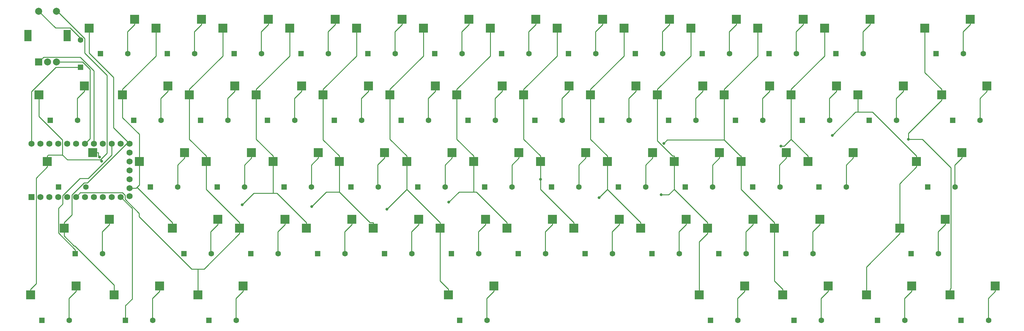
<source format=gbr>
%TF.GenerationSoftware,KiCad,Pcbnew,(5.1.9)-1*%
%TF.CreationDate,2021-02-15T19:25:36-05:00*%
%TF.ProjectId,60percent,36307065-7263-4656-9e74-2e6b69636164,rev?*%
%TF.SameCoordinates,Original*%
%TF.FileFunction,Copper,L2,Bot*%
%TF.FilePolarity,Positive*%
%FSLAX46Y46*%
G04 Gerber Fmt 4.6, Leading zero omitted, Abs format (unit mm)*
G04 Created by KiCad (PCBNEW (5.1.9)-1) date 2021-02-15 19:25:36*
%MOMM*%
%LPD*%
G01*
G04 APERTURE LIST*
%TA.AperFunction,ComponentPad*%
%ADD10R,1.600000X1.600000*%
%TD*%
%TA.AperFunction,ComponentPad*%
%ADD11C,1.600000*%
%TD*%
%TA.AperFunction,SMDPad,CuDef*%
%ADD12R,2.550000X2.500000*%
%TD*%
%TA.AperFunction,ComponentPad*%
%ADD13C,2.000000*%
%TD*%
%TA.AperFunction,ComponentPad*%
%ADD14R,2.000000X3.200000*%
%TD*%
%TA.AperFunction,ComponentPad*%
%ADD15R,2.000000X2.000000*%
%TD*%
%TA.AperFunction,ComponentPad*%
%ADD16R,1.752600X1.752600*%
%TD*%
%TA.AperFunction,ComponentPad*%
%ADD17C,1.752600*%
%TD*%
%TA.AperFunction,ViaPad*%
%ADD18C,0.800000*%
%TD*%
%TA.AperFunction,Conductor*%
%ADD19C,0.250000*%
%TD*%
G04 APERTURE END LIST*
D10*
%TO.P,D1,1*%
%TO.N,/row0*%
X85725000Y-82480750D03*
D11*
%TO.P,D1,2*%
%TO.N,Net-(D1-Pad2)*%
X85725000Y-74680750D03*
%TD*%
D10*
%TO.P,D2,1*%
%TO.N,/row0*%
X91350000Y-78580750D03*
D11*
%TO.P,D2,2*%
%TO.N,Net-(D2-Pad2)*%
X99150000Y-78580750D03*
%TD*%
D10*
%TO.P,D3,1*%
%TO.N,/row0*%
X110400000Y-78580750D03*
D11*
%TO.P,D3,2*%
%TO.N,Net-(D3-Pad2)*%
X118200000Y-78580750D03*
%TD*%
%TO.P,D4,2*%
%TO.N,Net-(D4-Pad2)*%
X137250000Y-78580750D03*
D10*
%TO.P,D4,1*%
%TO.N,/row0*%
X129450000Y-78580750D03*
%TD*%
%TO.P,D5,1*%
%TO.N,/row0*%
X148499500Y-78580750D03*
D11*
%TO.P,D5,2*%
%TO.N,Net-(D5-Pad2)*%
X156299500Y-78580750D03*
%TD*%
D10*
%TO.P,D6,1*%
%TO.N,/row0*%
X167549500Y-78580750D03*
D11*
%TO.P,D6,2*%
%TO.N,Net-(D6-Pad2)*%
X175349500Y-78580750D03*
%TD*%
%TO.P,D7,2*%
%TO.N,Net-(D7-Pad2)*%
X194399500Y-78580750D03*
D10*
%TO.P,D7,1*%
%TO.N,/row0*%
X186599500Y-78580750D03*
%TD*%
%TO.P,D8,1*%
%TO.N,/row0*%
X205649500Y-78580750D03*
D11*
%TO.P,D8,2*%
%TO.N,Net-(D8-Pad2)*%
X213449500Y-78580750D03*
%TD*%
D10*
%TO.P,D9,1*%
%TO.N,/row0*%
X224699500Y-78580750D03*
D11*
%TO.P,D9,2*%
%TO.N,Net-(D9-Pad2)*%
X232499500Y-78580750D03*
%TD*%
%TO.P,D10,2*%
%TO.N,Net-(D10-Pad2)*%
X251549500Y-78580750D03*
D10*
%TO.P,D10,1*%
%TO.N,/row0*%
X243749500Y-78580750D03*
%TD*%
D11*
%TO.P,D11,2*%
%TO.N,Net-(D11-Pad2)*%
X270599500Y-78580750D03*
D10*
%TO.P,D11,1*%
%TO.N,/row0*%
X262799500Y-78580750D03*
%TD*%
%TO.P,D12,1*%
%TO.N,/row0*%
X281849500Y-78580750D03*
D11*
%TO.P,D12,2*%
%TO.N,Net-(D12-Pad2)*%
X289649500Y-78580750D03*
%TD*%
%TO.P,D13,2*%
%TO.N,Net-(D13-Pad2)*%
X308699500Y-78580750D03*
D10*
%TO.P,D13,1*%
%TO.N,/row0*%
X300899500Y-78580750D03*
%TD*%
D11*
%TO.P,D14,2*%
%TO.N,Net-(D14-Pad2)*%
X337275500Y-78580750D03*
D10*
%TO.P,D14,1*%
%TO.N,/row0*%
X329475500Y-78580750D03*
%TD*%
D11*
%TO.P,D15,2*%
%TO.N,Net-(D15-Pad2)*%
X84862500Y-97630750D03*
D10*
%TO.P,D15,1*%
%TO.N,/row1*%
X77062500Y-97630750D03*
%TD*%
D11*
%TO.P,D16,2*%
%TO.N,Net-(D16-Pad2)*%
X108675000Y-97630750D03*
D10*
%TO.P,D16,1*%
%TO.N,/row1*%
X100875000Y-97630750D03*
%TD*%
%TO.P,D17,1*%
%TO.N,/row1*%
X119925000Y-97630750D03*
D11*
%TO.P,D17,2*%
%TO.N,Net-(D17-Pad2)*%
X127725000Y-97630750D03*
%TD*%
%TO.P,D18,2*%
%TO.N,Net-(D18-Pad2)*%
X146775000Y-97630750D03*
D10*
%TO.P,D18,1*%
%TO.N,/row1*%
X138975000Y-97630750D03*
%TD*%
D11*
%TO.P,D19,2*%
%TO.N,Net-(D19-Pad2)*%
X165825500Y-97630750D03*
D10*
%TO.P,D19,1*%
%TO.N,/row1*%
X158025500Y-97630750D03*
%TD*%
%TO.P,D20,1*%
%TO.N,/row1*%
X177075500Y-97630750D03*
D11*
%TO.P,D20,2*%
%TO.N,Net-(D20-Pad2)*%
X184875500Y-97630750D03*
%TD*%
D10*
%TO.P,D21,1*%
%TO.N,/row1*%
X196125500Y-97630750D03*
D11*
%TO.P,D21,2*%
%TO.N,Net-(D21-Pad2)*%
X203925500Y-97630750D03*
%TD*%
D10*
%TO.P,D22,1*%
%TO.N,/row1*%
X215175500Y-97630750D03*
D11*
%TO.P,D22,2*%
%TO.N,Net-(D22-Pad2)*%
X222975500Y-97630750D03*
%TD*%
%TO.P,D23,2*%
%TO.N,Net-(D23-Pad2)*%
X242025500Y-97630750D03*
D10*
%TO.P,D23,1*%
%TO.N,/row1*%
X234225500Y-97630750D03*
%TD*%
%TO.P,D24,1*%
%TO.N,/row1*%
X253275500Y-97630750D03*
D11*
%TO.P,D24,2*%
%TO.N,Net-(D24-Pad2)*%
X261075500Y-97630750D03*
%TD*%
%TO.P,D25,2*%
%TO.N,Net-(D25-Pad2)*%
X280125500Y-97630750D03*
D10*
%TO.P,D25,1*%
%TO.N,/row1*%
X272325500Y-97630750D03*
%TD*%
%TO.P,D26,1*%
%TO.N,/row1*%
X291375500Y-97630750D03*
D11*
%TO.P,D26,2*%
%TO.N,Net-(D26-Pad2)*%
X299175500Y-97630750D03*
%TD*%
%TO.P,D27,2*%
%TO.N,Net-(D27-Pad2)*%
X318225500Y-97630750D03*
D10*
%TO.P,D27,1*%
%TO.N,/row1*%
X310425500Y-97630750D03*
%TD*%
%TO.P,D28,1*%
%TO.N,/row1*%
X334237500Y-97630750D03*
D11*
%TO.P,D28,2*%
%TO.N,Net-(D28-Pad2)*%
X342037500Y-97630750D03*
%TD*%
D10*
%TO.P,D29,1*%
%TO.N,/row2*%
X79443700Y-116680750D03*
D11*
%TO.P,D29,2*%
%TO.N,Net-(D29-Pad2)*%
X87243700Y-116680750D03*
%TD*%
D10*
%TO.P,D30,1*%
%TO.N,/row2*%
X105637500Y-116680750D03*
D11*
%TO.P,D30,2*%
%TO.N,Net-(D30-Pad2)*%
X113437500Y-116680750D03*
%TD*%
D10*
%TO.P,D31,1*%
%TO.N,/row2*%
X124687500Y-116680750D03*
D11*
%TO.P,D31,2*%
%TO.N,Net-(D31-Pad2)*%
X132487500Y-116680750D03*
%TD*%
%TO.P,D32,2*%
%TO.N,Net-(D32-Pad2)*%
X151537500Y-116680750D03*
D10*
%TO.P,D32,1*%
%TO.N,/row2*%
X143737500Y-116680750D03*
%TD*%
%TO.P,D33,1*%
%TO.N,/row2*%
X162787500Y-116680750D03*
D11*
%TO.P,D33,2*%
%TO.N,Net-(D33-Pad2)*%
X170587500Y-116680750D03*
%TD*%
%TO.P,D34,2*%
%TO.N,Net-(D34-Pad2)*%
X189637500Y-116680750D03*
D10*
%TO.P,D34,1*%
%TO.N,/row2*%
X181837500Y-116680750D03*
%TD*%
%TO.P,D35,1*%
%TO.N,/row2*%
X200887500Y-116680750D03*
D11*
%TO.P,D35,2*%
%TO.N,Net-(D35-Pad2)*%
X208687500Y-116680750D03*
%TD*%
%TO.P,D36,2*%
%TO.N,Net-(D36-Pad2)*%
X227737500Y-116680750D03*
D10*
%TO.P,D36,1*%
%TO.N,/row2*%
X219937500Y-116680750D03*
%TD*%
%TO.P,D37,1*%
%TO.N,/row2*%
X238987500Y-116680750D03*
D11*
%TO.P,D37,2*%
%TO.N,Net-(D37-Pad2)*%
X246787500Y-116680750D03*
%TD*%
%TO.P,D38,2*%
%TO.N,Net-(D38-Pad2)*%
X265837500Y-116680750D03*
D10*
%TO.P,D38,1*%
%TO.N,/row2*%
X258037500Y-116680750D03*
%TD*%
%TO.P,D39,1*%
%TO.N,/row2*%
X277203500Y-116680750D03*
D11*
%TO.P,D39,2*%
%TO.N,Net-(D39-Pad2)*%
X285003500Y-116680750D03*
%TD*%
%TO.P,D40,2*%
%TO.N,Net-(D40-Pad2)*%
X303937500Y-116680750D03*
D10*
%TO.P,D40,1*%
%TO.N,/row2*%
X296137500Y-116680750D03*
%TD*%
D11*
%TO.P,D41,2*%
%TO.N,Net-(D41-Pad2)*%
X334893500Y-116680750D03*
D10*
%TO.P,D41,1*%
%TO.N,/row2*%
X327093500Y-116680750D03*
%TD*%
D11*
%TO.P,D42,2*%
%TO.N,Net-(D42-Pad2)*%
X92006300Y-135730750D03*
D10*
%TO.P,D42,1*%
%TO.N,/row3*%
X84206300Y-135730750D03*
%TD*%
%TO.P,D43,1*%
%TO.N,/row3*%
X115162500Y-135730750D03*
D11*
%TO.P,D43,2*%
%TO.N,Net-(D43-Pad2)*%
X122962500Y-135730750D03*
%TD*%
%TO.P,D44,2*%
%TO.N,Net-(D44-Pad2)*%
X142012500Y-135730750D03*
D10*
%TO.P,D44,1*%
%TO.N,/row3*%
X134212500Y-135730750D03*
%TD*%
%TO.P,D45,1*%
%TO.N,/row3*%
X153262500Y-135730750D03*
D11*
%TO.P,D45,2*%
%TO.N,Net-(D45-Pad2)*%
X161062500Y-135730750D03*
%TD*%
%TO.P,D46,2*%
%TO.N,Net-(D46-Pad2)*%
X180112500Y-135730750D03*
D10*
%TO.P,D46,1*%
%TO.N,/row3*%
X172312500Y-135730750D03*
%TD*%
%TO.P,D47,1*%
%TO.N,/row3*%
X191362500Y-135730750D03*
D11*
%TO.P,D47,2*%
%TO.N,Net-(D47-Pad2)*%
X199162500Y-135730750D03*
%TD*%
%TO.P,D48,2*%
%TO.N,Net-(D48-Pad2)*%
X218212500Y-135730750D03*
D10*
%TO.P,D48,1*%
%TO.N,/row3*%
X210412500Y-135730750D03*
%TD*%
%TO.P,D49,1*%
%TO.N,/row3*%
X229462500Y-135730750D03*
D11*
%TO.P,D49,2*%
%TO.N,Net-(D49-Pad2)*%
X237262500Y-135730750D03*
%TD*%
%TO.P,D50,2*%
%TO.N,Net-(D50-Pad2)*%
X256312500Y-135730750D03*
D10*
%TO.P,D50,1*%
%TO.N,/row3*%
X248512500Y-135730750D03*
%TD*%
D11*
%TO.P,D51,2*%
%TO.N,Net-(D51-Pad2)*%
X275362500Y-135730750D03*
D10*
%TO.P,D51,1*%
%TO.N,/row3*%
X267562500Y-135730750D03*
%TD*%
D11*
%TO.P,D52,2*%
%TO.N,Net-(D52-Pad2)*%
X294412500Y-135730750D03*
D10*
%TO.P,D52,1*%
%TO.N,/row3*%
X286612500Y-135730750D03*
%TD*%
%TO.P,D53,1*%
%TO.N,/row3*%
X322331500Y-135730750D03*
D11*
%TO.P,D53,2*%
%TO.N,Net-(D53-Pad2)*%
X330131500Y-135730750D03*
%TD*%
%TO.P,D54,2*%
%TO.N,Net-(D54-Pad2)*%
X82481300Y-154780750D03*
D10*
%TO.P,D54,1*%
%TO.N,/row4*%
X74681300Y-154780750D03*
%TD*%
%TO.P,D55,1*%
%TO.N,/row4*%
X98493700Y-154780750D03*
D11*
%TO.P,D55,2*%
%TO.N,Net-(D55-Pad2)*%
X106293700Y-154780750D03*
%TD*%
%TO.P,D56,2*%
%TO.N,Net-(D56-Pad2)*%
X130106300Y-154780750D03*
D10*
%TO.P,D56,1*%
%TO.N,/row4*%
X122306300Y-154780750D03*
%TD*%
%TO.P,D57,1*%
%TO.N,/row4*%
X193743500Y-154780750D03*
D11*
%TO.P,D57,2*%
%TO.N,Net-(D57-Pad2)*%
X201543500Y-154780750D03*
%TD*%
%TO.P,D58,2*%
%TO.N,Net-(D58-Pad2)*%
X272981500Y-154780750D03*
D10*
%TO.P,D58,1*%
%TO.N,/row4*%
X265181500Y-154780750D03*
%TD*%
%TO.P,D59,1*%
%TO.N,/row4*%
X288993500Y-154780750D03*
D11*
%TO.P,D59,2*%
%TO.N,Net-(D59-Pad2)*%
X296793500Y-154780750D03*
%TD*%
%TO.P,D60,2*%
%TO.N,Net-(D60-Pad2)*%
X320606500Y-154780750D03*
D10*
%TO.P,D60,1*%
%TO.N,/row4*%
X312806500Y-154780750D03*
%TD*%
%TO.P,D61,1*%
%TO.N,/row4*%
X336618500Y-154780750D03*
D11*
%TO.P,D61,2*%
%TO.N,Net-(D61-Pad2)*%
X344418500Y-154780750D03*
%TD*%
D12*
%TO.P,K1,2*%
%TO.N,Net-(D2-Pad2)*%
X101092000Y-68738750D03*
%TO.P,K1,1*%
%TO.N,/col1*%
X88165000Y-71278750D03*
%TD*%
%TO.P,K2,1*%
%TO.N,/col2*%
X107215000Y-71278750D03*
%TO.P,K2,2*%
%TO.N,Net-(D3-Pad2)*%
X120142000Y-68738750D03*
%TD*%
%TO.P,K3,1*%
%TO.N,/col3*%
X126265000Y-71278750D03*
%TO.P,K3,2*%
%TO.N,Net-(D4-Pad2)*%
X139192000Y-68738750D03*
%TD*%
%TO.P,K4,2*%
%TO.N,Net-(D5-Pad2)*%
X158241500Y-68738750D03*
%TO.P,K4,1*%
%TO.N,/col4*%
X145314500Y-71278750D03*
%TD*%
%TO.P,K5,1*%
%TO.N,/col5*%
X164364500Y-71278750D03*
%TO.P,K5,2*%
%TO.N,Net-(D6-Pad2)*%
X177291500Y-68738750D03*
%TD*%
%TO.P,K6,2*%
%TO.N,Net-(D7-Pad2)*%
X196341500Y-68738750D03*
%TO.P,K6,1*%
%TO.N,/col6*%
X183414500Y-71278750D03*
%TD*%
%TO.P,K7,2*%
%TO.N,Net-(D8-Pad2)*%
X215391500Y-68738750D03*
%TO.P,K7,1*%
%TO.N,/col7*%
X202464500Y-71278750D03*
%TD*%
%TO.P,K8,2*%
%TO.N,Net-(D9-Pad2)*%
X234441500Y-68738750D03*
%TO.P,K8,1*%
%TO.N,/col8*%
X221514500Y-71278750D03*
%TD*%
%TO.P,K9,1*%
%TO.N,/col9*%
X240564500Y-71278750D03*
%TO.P,K9,2*%
%TO.N,Net-(D10-Pad2)*%
X253491500Y-68738750D03*
%TD*%
%TO.P,K10,1*%
%TO.N,/col10*%
X259614500Y-71278750D03*
%TO.P,K10,2*%
%TO.N,Net-(D11-Pad2)*%
X272541500Y-68738750D03*
%TD*%
%TO.P,K11,2*%
%TO.N,Net-(D12-Pad2)*%
X291591500Y-68738750D03*
%TO.P,K11,1*%
%TO.N,/col11*%
X278664500Y-71278750D03*
%TD*%
%TO.P,K12,2*%
%TO.N,Net-(D13-Pad2)*%
X310641500Y-68738750D03*
%TO.P,K12,1*%
%TO.N,/col12*%
X297714500Y-71278750D03*
%TD*%
%TO.P,K13,1*%
%TO.N,/col14*%
X326290500Y-71278750D03*
%TO.P,K13,2*%
%TO.N,Net-(D14-Pad2)*%
X339217500Y-68738750D03*
%TD*%
%TO.P,K14,1*%
%TO.N,/col0*%
X73877500Y-90328750D03*
%TO.P,K14,2*%
%TO.N,Net-(D15-Pad2)*%
X86804500Y-87788750D03*
%TD*%
%TO.P,K27,2*%
%TO.N,Net-(D28-Pad2)*%
X343979500Y-87788750D03*
%TO.P,K27,1*%
%TO.N,/col14*%
X331052500Y-90328750D03*
%TD*%
%TO.P,K28,1*%
%TO.N,/col0*%
X76258700Y-109378750D03*
%TO.P,K28,2*%
%TO.N,Net-(D29-Pad2)*%
X89185700Y-106838750D03*
%TD*%
%TO.P,K29,1*%
%TO.N,/col2*%
X102452500Y-109378750D03*
%TO.P,K29,2*%
%TO.N,Net-(D30-Pad2)*%
X115379500Y-106838750D03*
%TD*%
%TO.P,K30,2*%
%TO.N,Net-(D31-Pad2)*%
X134429500Y-106838750D03*
%TO.P,K30,1*%
%TO.N,/col3*%
X121502500Y-109378750D03*
%TD*%
%TO.P,K31,2*%
%TO.N,Net-(D32-Pad2)*%
X153479500Y-106838750D03*
%TO.P,K31,1*%
%TO.N,/col4*%
X140552500Y-109378750D03*
%TD*%
%TO.P,K32,2*%
%TO.N,Net-(D33-Pad2)*%
X172370500Y-106838750D03*
%TO.P,K32,1*%
%TO.N,/col5*%
X159443500Y-109378750D03*
%TD*%
%TO.P,K33,1*%
%TO.N,/col6*%
X178652500Y-109378750D03*
%TO.P,K33,2*%
%TO.N,Net-(D34-Pad2)*%
X191579500Y-106838750D03*
%TD*%
%TO.P,K34,2*%
%TO.N,Net-(D35-Pad2)*%
X210629500Y-106838750D03*
%TO.P,K34,1*%
%TO.N,/col7*%
X197702500Y-109378750D03*
%TD*%
%TO.P,K35,2*%
%TO.N,Net-(D36-Pad2)*%
X229679500Y-106838750D03*
%TO.P,K35,1*%
%TO.N,/col8*%
X216752500Y-109378750D03*
%TD*%
%TO.P,K36,1*%
%TO.N,/col9*%
X235802500Y-109378750D03*
%TO.P,K36,2*%
%TO.N,Net-(D37-Pad2)*%
X248729500Y-106838750D03*
%TD*%
%TO.P,K37,1*%
%TO.N,/col10*%
X254852500Y-109378750D03*
%TO.P,K37,2*%
%TO.N,Net-(D38-Pad2)*%
X267779500Y-106838750D03*
%TD*%
%TO.P,K38,1*%
%TO.N,/col11*%
X273902500Y-109378750D03*
%TO.P,K38,2*%
%TO.N,Net-(D39-Pad2)*%
X286829500Y-106838750D03*
%TD*%
%TO.P,K39,1*%
%TO.N,/col12*%
X292952500Y-109378750D03*
%TO.P,K39,2*%
%TO.N,Net-(D40-Pad2)*%
X305879500Y-106838750D03*
%TD*%
%TO.P,K40,1*%
%TO.N,/col13*%
X323908500Y-109378750D03*
%TO.P,K40,2*%
%TO.N,Net-(D41-Pad2)*%
X336835500Y-106838750D03*
%TD*%
%TO.P,K41,2*%
%TO.N,Net-(D42-Pad2)*%
X93948300Y-125888750D03*
%TO.P,K41,1*%
%TO.N,/col1*%
X81021300Y-128428750D03*
%TD*%
%TO.P,K42,1*%
%TO.N,/col2*%
X111918700Y-128428750D03*
%TO.P,K42,2*%
%TO.N,Net-(D43-Pad2)*%
X124845700Y-125888750D03*
%TD*%
%TO.P,K43,1*%
%TO.N,/col3*%
X131027500Y-128428750D03*
%TO.P,K43,2*%
%TO.N,Net-(D44-Pad2)*%
X143954500Y-125888750D03*
%TD*%
%TO.P,K44,1*%
%TO.N,/col4*%
X150077500Y-128428750D03*
%TO.P,K44,2*%
%TO.N,Net-(D45-Pad2)*%
X163004500Y-125888750D03*
%TD*%
%TO.P,K45,2*%
%TO.N,Net-(D46-Pad2)*%
X182054500Y-125888750D03*
%TO.P,K45,1*%
%TO.N,/col5*%
X169127500Y-128428750D03*
%TD*%
%TO.P,K46,2*%
%TO.N,Net-(D47-Pad2)*%
X201104500Y-125888750D03*
%TO.P,K46,1*%
%TO.N,/col6*%
X188177500Y-128428750D03*
%TD*%
%TO.P,K47,2*%
%TO.N,Net-(D48-Pad2)*%
X220154500Y-125888750D03*
%TO.P,K47,1*%
%TO.N,/col7*%
X207227500Y-128428750D03*
%TD*%
%TO.P,K48,2*%
%TO.N,Net-(D49-Pad2)*%
X239204500Y-125888750D03*
%TO.P,K48,1*%
%TO.N,/col8*%
X226277500Y-128428750D03*
%TD*%
%TO.P,K49,1*%
%TO.N,/col9*%
X245327500Y-128428750D03*
%TO.P,K49,2*%
%TO.N,Net-(D50-Pad2)*%
X258254500Y-125888750D03*
%TD*%
%TO.P,K50,1*%
%TO.N,/col10*%
X264377500Y-128428750D03*
%TO.P,K50,2*%
%TO.N,Net-(D51-Pad2)*%
X277304500Y-125888750D03*
%TD*%
%TO.P,K51,1*%
%TO.N,/col11*%
X283427500Y-128428750D03*
%TO.P,K51,2*%
%TO.N,Net-(D52-Pad2)*%
X296354500Y-125888750D03*
%TD*%
%TO.P,K52,1*%
%TO.N,/col13*%
X319146500Y-128428750D03*
%TO.P,K52,2*%
%TO.N,Net-(D53-Pad2)*%
X332073500Y-125888750D03*
%TD*%
%TO.P,K53,2*%
%TO.N,Net-(D54-Pad2)*%
X84423300Y-144938750D03*
%TO.P,K53,1*%
%TO.N,/col0*%
X71496300Y-147478750D03*
%TD*%
%TO.P,K54,1*%
%TO.N,/col1*%
X95308700Y-147478750D03*
%TO.P,K54,2*%
%TO.N,Net-(D55-Pad2)*%
X108235700Y-144938750D03*
%TD*%
%TO.P,K55,1*%
%TO.N,/col3*%
X119121300Y-147478750D03*
%TO.P,K55,2*%
%TO.N,Net-(D56-Pad2)*%
X132048300Y-144938750D03*
%TD*%
%TO.P,K56,1*%
%TO.N,/col6*%
X190558500Y-147478750D03*
%TO.P,K56,2*%
%TO.N,Net-(D57-Pad2)*%
X203485500Y-144938750D03*
%TD*%
%TO.P,K57,1*%
%TO.N,/col10*%
X261996500Y-147478750D03*
%TO.P,K57,2*%
%TO.N,Net-(D58-Pad2)*%
X274923500Y-144938750D03*
%TD*%
%TO.P,K58,2*%
%TO.N,Net-(D59-Pad2)*%
X298735500Y-144938750D03*
%TO.P,K58,1*%
%TO.N,/col11*%
X285808500Y-147478750D03*
%TD*%
%TO.P,K59,1*%
%TO.N,/col13*%
X309621500Y-147478750D03*
%TO.P,K59,2*%
%TO.N,Net-(D60-Pad2)*%
X322548500Y-144938750D03*
%TD*%
%TO.P,K60,2*%
%TO.N,Net-(D61-Pad2)*%
X346360500Y-144938750D03*
%TO.P,K60,1*%
%TO.N,/col14*%
X333433500Y-147478750D03*
%TD*%
D13*
%TO.P,SW1,S1*%
%TO.N,/col0*%
X78818700Y-66462750D03*
%TO.P,SW1,S2*%
%TO.N,Net-(D1-Pad2)*%
X73818700Y-66462750D03*
D14*
%TO.P,SW1,MP*%
%TO.N,N/C*%
X81918700Y-73462750D03*
X70718700Y-73462750D03*
D13*
%TO.P,SW1,B*%
%TO.N,/rotA*%
X78818700Y-80962750D03*
%TO.P,SW1,C*%
%TO.N,/vcc*%
X76318700Y-80962750D03*
D15*
%TO.P,SW1,A*%
%TO.N,/rotB*%
X73818700Y-80962750D03*
%TD*%
D16*
%TO.P,U1,1*%
%TO.N,/col6*%
X71755000Y-119538750D03*
D17*
%TO.P,U1,2*%
%TO.N,/col5*%
X74295000Y-119538750D03*
%TO.P,U1,3*%
%TO.N,+5V*%
X76835000Y-119538750D03*
%TO.P,U1,4*%
%TO.N,Net-(U1-Pad4)*%
X79375000Y-119538750D03*
%TO.P,U1,5*%
%TO.N,/col4*%
X81915000Y-119538750D03*
%TO.P,U1,6*%
%TO.N,/col3*%
X84455000Y-119538750D03*
%TO.P,U1,7*%
%TO.N,/col7*%
X86995000Y-119538750D03*
%TO.P,U1,8*%
%TO.N,/col9*%
X89535000Y-119538750D03*
%TO.P,U1,9*%
%TO.N,/col10*%
X92075000Y-119538750D03*
%TO.P,U1,10*%
%TO.N,Net-(U1-Pad10)*%
X94615000Y-119538750D03*
%TO.P,U1,11*%
%TO.N,/row4*%
X97155000Y-119538750D03*
%TO.P,U1,13*%
%TO.N,/col1*%
X99695000Y-104298750D03*
%TO.P,U1,14*%
%TO.N,/row2*%
X97155000Y-104298750D03*
%TO.P,U1,15*%
%TO.N,/row3*%
X94615000Y-104298750D03*
%TO.P,U1,16*%
%TO.N,/row1*%
X92075000Y-104298750D03*
%TO.P,U1,17*%
%TO.N,/rotB*%
X89535000Y-104298750D03*
%TO.P,U1,18*%
%TO.N,/rotA*%
X86995000Y-104298750D03*
%TO.P,U1,19*%
%TO.N,/col14*%
X84455000Y-104298750D03*
%TO.P,U1,20*%
%TO.N,/col13*%
X81915000Y-104298750D03*
%TO.P,U1,21*%
%TO.N,/vcc*%
X79375000Y-104298750D03*
%TO.P,U1,22*%
%TO.N,Net-(U1-Pad22)*%
X76835000Y-104298750D03*
%TO.P,U1,23*%
%TO.N,Net-(U1-Pad23)*%
X74295000Y-104298750D03*
%TO.P,U1,12*%
%TO.N,/col0*%
X99695000Y-119310150D03*
%TO.P,U1,24*%
%TO.N,/row0*%
X71755000Y-104298750D03*
%TO.P,U1,29*%
%TO.N,/col11*%
X99695000Y-106838750D03*
%TO.P,U1,28*%
%TO.N,/col12*%
X99695000Y-109378750D03*
%TO.P,U1,27*%
%TO.N,Net-(U1-Pad27)*%
X99695000Y-111918750D03*
%TO.P,U1,26*%
%TO.N,/col8*%
X99695000Y-114458750D03*
%TO.P,U1,25*%
%TO.N,/col2*%
X99695000Y-116998750D03*
%TD*%
D12*
%TO.P,K15,2*%
%TO.N,Net-(D16-Pad2)*%
X110617000Y-87788750D03*
%TO.P,K15,1*%
%TO.N,/col2*%
X97690000Y-90328750D03*
%TD*%
%TO.P,K16,1*%
%TO.N,/col3*%
X116740000Y-90328750D03*
%TO.P,K16,2*%
%TO.N,Net-(D17-Pad2)*%
X129667000Y-87788750D03*
%TD*%
%TO.P,K17,2*%
%TO.N,Net-(D18-Pad2)*%
X148717000Y-87788750D03*
%TO.P,K17,1*%
%TO.N,/col4*%
X135790000Y-90328750D03*
%TD*%
%TO.P,K18,1*%
%TO.N,/col5*%
X154840500Y-90328750D03*
%TO.P,K18,2*%
%TO.N,Net-(D19-Pad2)*%
X167767500Y-87788750D03*
%TD*%
%TO.P,K19,1*%
%TO.N,/col6*%
X173890500Y-90328750D03*
%TO.P,K19,2*%
%TO.N,Net-(D20-Pad2)*%
X186817500Y-87788750D03*
%TD*%
%TO.P,K20,2*%
%TO.N,Net-(D21-Pad2)*%
X205867500Y-87788750D03*
%TO.P,K20,1*%
%TO.N,/col7*%
X192940500Y-90328750D03*
%TD*%
%TO.P,K21,2*%
%TO.N,Net-(D22-Pad2)*%
X224917500Y-87788750D03*
%TO.P,K21,1*%
%TO.N,/col8*%
X211990500Y-90328750D03*
%TD*%
%TO.P,K22,1*%
%TO.N,/col9*%
X231040500Y-90328750D03*
%TO.P,K22,2*%
%TO.N,Net-(D23-Pad2)*%
X243967500Y-87788750D03*
%TD*%
%TO.P,K23,1*%
%TO.N,/col10*%
X250090500Y-90328750D03*
%TO.P,K23,2*%
%TO.N,Net-(D24-Pad2)*%
X263017500Y-87788750D03*
%TD*%
%TO.P,K24,1*%
%TO.N,/col11*%
X269140500Y-90328750D03*
%TO.P,K24,2*%
%TO.N,Net-(D25-Pad2)*%
X282067500Y-87788750D03*
%TD*%
%TO.P,K25,2*%
%TO.N,Net-(D26-Pad2)*%
X301117500Y-87788750D03*
%TO.P,K25,1*%
%TO.N,/col12*%
X288190500Y-90328750D03*
%TD*%
%TO.P,K26,2*%
%TO.N,Net-(D27-Pad2)*%
X320167500Y-87788750D03*
%TO.P,K26,1*%
%TO.N,/col13*%
X307240500Y-90328750D03*
%TD*%
D18*
%TO.N,Net-(D29-Pad2)*%
X91095100Y-108174050D03*
%TO.N,/col4*%
X131743600Y-121803150D03*
%TO.N,/col5*%
X151561900Y-122275750D03*
%TO.N,/col6*%
X172973500Y-123007450D03*
%TO.N,/col7*%
X190656000Y-121024550D03*
%TO.N,/col8*%
X216752500Y-114458750D03*
%TO.N,/col9*%
X233454900Y-119730250D03*
%TO.N,/col10*%
X251160800Y-118905850D03*
%TO.N,/col11*%
X251884300Y-104240150D03*
%TO.N,/col12*%
X285268400Y-105010450D03*
%TO.N,/col14*%
X321634000Y-103081250D03*
%TO.N,/col0*%
X91739700Y-109342750D03*
%TO.N,/col13*%
X299883300Y-101922750D03*
%TD*%
D19*
%TO.N,Net-(D1-Pad2)*%
X73818700Y-66462750D02*
X78574000Y-71218050D01*
X78574000Y-71218050D02*
X82753200Y-71218050D01*
X82753200Y-71218050D02*
X85725000Y-74189850D01*
X85725000Y-74189850D02*
X85725000Y-74680750D01*
%TO.N,/row0*%
X71755000Y-104298750D02*
X71755000Y-89434050D01*
X71755000Y-89434050D02*
X78708300Y-82480750D01*
X78708300Y-82480750D02*
X85725000Y-82480750D01*
%TO.N,Net-(D2-Pad2)*%
X101092000Y-68738750D02*
X101092000Y-70314050D01*
X101092000Y-70314050D02*
X99079400Y-72326650D01*
X99079400Y-72326650D02*
X99079400Y-78510150D01*
X99079400Y-78510150D02*
X99150000Y-78580750D01*
%TO.N,Net-(D3-Pad2)*%
X120142000Y-68738750D02*
X120142000Y-70314050D01*
X120142000Y-70314050D02*
X118129400Y-72326650D01*
X118129400Y-72326650D02*
X118129400Y-78510150D01*
X118129400Y-78510150D02*
X118200000Y-78580750D01*
%TO.N,Net-(D4-Pad2)*%
X139192000Y-68738750D02*
X139192000Y-70314050D01*
X139192000Y-70314050D02*
X137179400Y-72326650D01*
X137179400Y-72326650D02*
X137179400Y-78510150D01*
X137179400Y-78510150D02*
X137250000Y-78580750D01*
%TO.N,Net-(D5-Pad2)*%
X158241500Y-68738750D02*
X158241500Y-70314050D01*
X158241500Y-70314050D02*
X156228900Y-72326650D01*
X156228900Y-72326650D02*
X156228900Y-78510150D01*
X156228900Y-78510150D02*
X156299500Y-78580750D01*
%TO.N,Net-(D6-Pad2)*%
X177291500Y-68738750D02*
X177291500Y-70314050D01*
X177291500Y-70314050D02*
X175278900Y-72326650D01*
X175278900Y-72326650D02*
X175278900Y-78510150D01*
X175278900Y-78510150D02*
X175349500Y-78580750D01*
%TO.N,Net-(D7-Pad2)*%
X196341500Y-68738750D02*
X196341500Y-70314050D01*
X196341500Y-70314050D02*
X194328900Y-72326650D01*
X194328900Y-72326650D02*
X194328900Y-78510150D01*
X194328900Y-78510150D02*
X194399500Y-78580750D01*
%TO.N,Net-(D8-Pad2)*%
X215391500Y-68738750D02*
X215391500Y-70314050D01*
X215391500Y-70314050D02*
X213378900Y-72326650D01*
X213378900Y-72326650D02*
X213378900Y-78510150D01*
X213378900Y-78510150D02*
X213449500Y-78580750D01*
%TO.N,Net-(D9-Pad2)*%
X234441500Y-68738750D02*
X234441500Y-70314050D01*
X234441500Y-70314050D02*
X232428900Y-72326650D01*
X232428900Y-72326650D02*
X232428900Y-78510150D01*
X232428900Y-78510150D02*
X232499500Y-78580750D01*
%TO.N,Net-(D10-Pad2)*%
X253491500Y-68738750D02*
X253491500Y-70314050D01*
X253491500Y-70314050D02*
X251478900Y-72326650D01*
X251478900Y-72326650D02*
X251478900Y-78510150D01*
X251478900Y-78510150D02*
X251549500Y-78580750D01*
%TO.N,Net-(D11-Pad2)*%
X272541500Y-68738750D02*
X272541500Y-70314050D01*
X272541500Y-70314050D02*
X270528900Y-72326650D01*
X270528900Y-72326650D02*
X270528900Y-78510150D01*
X270528900Y-78510150D02*
X270599500Y-78580750D01*
%TO.N,Net-(D12-Pad2)*%
X291591500Y-68738750D02*
X291591500Y-70314050D01*
X291591500Y-70314050D02*
X289578900Y-72326650D01*
X289578900Y-72326650D02*
X289578900Y-78510150D01*
X289578900Y-78510150D02*
X289649500Y-78580750D01*
%TO.N,Net-(D13-Pad2)*%
X310641500Y-68738750D02*
X310641500Y-70314050D01*
X310641500Y-70314050D02*
X308628900Y-72326650D01*
X308628900Y-72326650D02*
X308628900Y-78510150D01*
X308628900Y-78510150D02*
X308699500Y-78580750D01*
%TO.N,Net-(D14-Pad2)*%
X339217500Y-68738750D02*
X339217500Y-70314050D01*
X339217500Y-70314050D02*
X337204900Y-72326650D01*
X337204900Y-72326650D02*
X337204900Y-78510150D01*
X337204900Y-78510150D02*
X337275500Y-78580750D01*
%TO.N,Net-(D15-Pad2)*%
X86804500Y-87788750D02*
X86804500Y-89364050D01*
X86804500Y-89364050D02*
X84791900Y-91376650D01*
X84791900Y-91376650D02*
X84791900Y-97560150D01*
X84791900Y-97560150D02*
X84862500Y-97630750D01*
%TO.N,Net-(D16-Pad2)*%
X110617000Y-87788750D02*
X110617000Y-89364050D01*
X110617000Y-89364050D02*
X108604400Y-91376650D01*
X108604400Y-91376650D02*
X108604400Y-97560150D01*
X108604400Y-97560150D02*
X108675000Y-97630750D01*
%TO.N,Net-(D17-Pad2)*%
X129667000Y-87788750D02*
X129667000Y-89364050D01*
X129667000Y-89364050D02*
X127654400Y-91376650D01*
X127654400Y-91376650D02*
X127654400Y-97560150D01*
X127654400Y-97560150D02*
X127725000Y-97630750D01*
%TO.N,Net-(D18-Pad2)*%
X148717000Y-87788750D02*
X148717000Y-89364050D01*
X148717000Y-89364050D02*
X146704400Y-91376650D01*
X146704400Y-91376650D02*
X146704400Y-97560150D01*
X146704400Y-97560150D02*
X146775000Y-97630750D01*
%TO.N,Net-(D19-Pad2)*%
X167767500Y-87788750D02*
X167767500Y-89364050D01*
X167767500Y-89364050D02*
X165754900Y-91376650D01*
X165754900Y-91376650D02*
X165754900Y-97560150D01*
X165754900Y-97560150D02*
X165825500Y-97630750D01*
%TO.N,Net-(D20-Pad2)*%
X186817500Y-87788750D02*
X186817500Y-89364050D01*
X186817500Y-89364050D02*
X184804900Y-91376650D01*
X184804900Y-91376650D02*
X184804900Y-97560150D01*
X184804900Y-97560150D02*
X184875500Y-97630750D01*
%TO.N,Net-(D21-Pad2)*%
X205867500Y-87788750D02*
X205867500Y-89364050D01*
X205867500Y-89364050D02*
X203854900Y-91376650D01*
X203854900Y-91376650D02*
X203854900Y-97560150D01*
X203854900Y-97560150D02*
X203925500Y-97630750D01*
%TO.N,Net-(D22-Pad2)*%
X224917500Y-87788750D02*
X224917500Y-89364050D01*
X224917500Y-89364050D02*
X222904900Y-91376650D01*
X222904900Y-91376650D02*
X222904900Y-97560150D01*
X222904900Y-97560150D02*
X222975500Y-97630750D01*
%TO.N,Net-(D23-Pad2)*%
X243967500Y-87788750D02*
X243967500Y-89364050D01*
X243967500Y-89364050D02*
X241954900Y-91376650D01*
X241954900Y-91376650D02*
X241954900Y-97560150D01*
X241954900Y-97560150D02*
X242025500Y-97630750D01*
%TO.N,Net-(D24-Pad2)*%
X263017500Y-87788750D02*
X263017500Y-89364050D01*
X263017500Y-89364050D02*
X261004900Y-91376650D01*
X261004900Y-91376650D02*
X261004900Y-97560150D01*
X261004900Y-97560150D02*
X261075500Y-97630750D01*
%TO.N,Net-(D25-Pad2)*%
X282067500Y-87788750D02*
X282067500Y-89364050D01*
X282067500Y-89364050D02*
X280054900Y-91376650D01*
X280054900Y-91376650D02*
X280054900Y-97560150D01*
X280054900Y-97560150D02*
X280125500Y-97630750D01*
%TO.N,Net-(D26-Pad2)*%
X301117500Y-87788750D02*
X301117500Y-89364050D01*
X301117500Y-89364050D02*
X299104900Y-91376650D01*
X299104900Y-91376650D02*
X299104900Y-97560150D01*
X299104900Y-97560150D02*
X299175500Y-97630750D01*
%TO.N,Net-(D27-Pad2)*%
X320167500Y-87788750D02*
X320167500Y-89364050D01*
X320167500Y-89364050D02*
X318154900Y-91376650D01*
X318154900Y-91376650D02*
X318154900Y-97560150D01*
X318154900Y-97560150D02*
X318225500Y-97630750D01*
%TO.N,Net-(D28-Pad2)*%
X343979500Y-87788750D02*
X343979500Y-89364050D01*
X343979500Y-89364050D02*
X341966900Y-91376650D01*
X341966900Y-91376650D02*
X341966900Y-97560150D01*
X341966900Y-97560150D02*
X342037500Y-97630750D01*
%TO.N,Net-(D29-Pad2)*%
X89185700Y-106838750D02*
X90786000Y-106838750D01*
X90786000Y-106838750D02*
X90786000Y-107864950D01*
X90786000Y-107864950D02*
X91095100Y-108174050D01*
%TO.N,Net-(D30-Pad2)*%
X115379500Y-106838750D02*
X115379500Y-108414050D01*
X115379500Y-108414050D02*
X113366900Y-110426650D01*
X113366900Y-110426650D02*
X113366900Y-116610150D01*
X113366900Y-116610150D02*
X113437500Y-116680750D01*
%TO.N,Net-(D31-Pad2)*%
X134429500Y-106838750D02*
X134429500Y-108414050D01*
X134429500Y-108414050D02*
X132416900Y-110426650D01*
X132416900Y-110426650D02*
X132416900Y-116610150D01*
X132416900Y-116610150D02*
X132487500Y-116680750D01*
%TO.N,Net-(D32-Pad2)*%
X153479500Y-106838750D02*
X153479500Y-108414050D01*
X153479500Y-108414050D02*
X151466900Y-110426650D01*
X151466900Y-110426650D02*
X151466900Y-116610150D01*
X151466900Y-116610150D02*
X151537500Y-116680750D01*
%TO.N,Net-(D33-Pad2)*%
X172370500Y-106838750D02*
X172370500Y-108414050D01*
X172370500Y-108414050D02*
X170406600Y-110377950D01*
X170406600Y-110377950D02*
X170406600Y-116499850D01*
X170406600Y-116499850D02*
X170587500Y-116680750D01*
%TO.N,Net-(D34-Pad2)*%
X191579500Y-106838750D02*
X191579500Y-108414050D01*
X191579500Y-108414050D02*
X189566900Y-110426650D01*
X189566900Y-110426650D02*
X189566900Y-116610150D01*
X189566900Y-116610150D02*
X189637500Y-116680750D01*
%TO.N,Net-(D35-Pad2)*%
X210629500Y-106838750D02*
X210629500Y-108414050D01*
X210629500Y-108414050D02*
X208616900Y-110426650D01*
X208616900Y-110426650D02*
X208616900Y-116610150D01*
X208616900Y-116610150D02*
X208687500Y-116680750D01*
%TO.N,Net-(D36-Pad2)*%
X229679500Y-106838750D02*
X229679500Y-108414050D01*
X229679500Y-108414050D02*
X227666900Y-110426650D01*
X227666900Y-110426650D02*
X227666900Y-116610150D01*
X227666900Y-116610150D02*
X227737500Y-116680750D01*
%TO.N,Net-(D37-Pad2)*%
X248729500Y-106838750D02*
X248729500Y-108414050D01*
X248729500Y-108414050D02*
X246716900Y-110426650D01*
X246716900Y-110426650D02*
X246716900Y-116610150D01*
X246716900Y-116610150D02*
X246787500Y-116680750D01*
%TO.N,Net-(D38-Pad2)*%
X267779500Y-106838750D02*
X267779500Y-108414050D01*
X267779500Y-108414050D02*
X265766900Y-110426650D01*
X265766900Y-110426650D02*
X265766900Y-116610150D01*
X265766900Y-116610150D02*
X265837500Y-116680750D01*
%TO.N,Net-(D39-Pad2)*%
X286829500Y-106838750D02*
X286829500Y-108414050D01*
X286829500Y-108414050D02*
X284833400Y-110410150D01*
X284833400Y-110410150D02*
X284833400Y-116510650D01*
X284833400Y-116510650D02*
X285003500Y-116680750D01*
%TO.N,Net-(D40-Pad2)*%
X305879500Y-106838750D02*
X305879500Y-108414050D01*
X305879500Y-108414050D02*
X303866900Y-110426650D01*
X303866900Y-110426650D02*
X303866900Y-116610150D01*
X303866900Y-116610150D02*
X303937500Y-116680750D01*
%TO.N,Net-(D41-Pad2)*%
X336835500Y-106838750D02*
X336835500Y-108414050D01*
X336835500Y-108414050D02*
X334827400Y-110422150D01*
X334827400Y-110422150D02*
X334827400Y-116614650D01*
X334827400Y-116614650D02*
X334893500Y-116680750D01*
%TO.N,Net-(D42-Pad2)*%
X93948300Y-125888750D02*
X93948300Y-127464050D01*
X93948300Y-127464050D02*
X91935700Y-129476650D01*
X91935700Y-129476650D02*
X91935700Y-135660150D01*
X91935700Y-135660150D02*
X92006300Y-135730750D01*
%TO.N,/row3*%
X84206300Y-135730750D02*
X84206300Y-134605450D01*
X94615000Y-104298750D02*
X94615000Y-107552750D01*
X94615000Y-107552750D02*
X87923600Y-114244150D01*
X87923600Y-114244150D02*
X85503800Y-114244150D01*
X85503800Y-114244150D02*
X80645000Y-119102950D01*
X80645000Y-119102950D02*
X80645000Y-121553950D01*
X80645000Y-121553950D02*
X79420900Y-122778050D01*
X79420900Y-122778050D02*
X79420900Y-129820050D01*
X79420900Y-129820050D02*
X84206300Y-134605450D01*
%TO.N,Net-(D43-Pad2)*%
X124845700Y-125888750D02*
X124845700Y-127464050D01*
X124845700Y-127464050D02*
X122806700Y-129503050D01*
X122806700Y-129503050D02*
X122806700Y-135574950D01*
X122806700Y-135574950D02*
X122962500Y-135730750D01*
%TO.N,Net-(D44-Pad2)*%
X143954500Y-125888750D02*
X143954500Y-127464050D01*
X143954500Y-127464050D02*
X141941900Y-129476650D01*
X141941900Y-129476650D02*
X141941900Y-135660150D01*
X141941900Y-135660150D02*
X142012500Y-135730750D01*
%TO.N,Net-(D45-Pad2)*%
X163004500Y-125888750D02*
X163004500Y-127464050D01*
X163004500Y-127464050D02*
X160991900Y-129476650D01*
X160991900Y-129476650D02*
X160991900Y-135660150D01*
X160991900Y-135660150D02*
X161062500Y-135730750D01*
%TO.N,Net-(D46-Pad2)*%
X182054500Y-125888750D02*
X182054500Y-127464050D01*
X182054500Y-127464050D02*
X180041900Y-129476650D01*
X180041900Y-129476650D02*
X180041900Y-135660150D01*
X180041900Y-135660150D02*
X180112500Y-135730750D01*
%TO.N,Net-(D47-Pad2)*%
X201104500Y-125888750D02*
X201104500Y-127464050D01*
X201104500Y-127464050D02*
X199091900Y-129476650D01*
X199091900Y-129476650D02*
X199091900Y-135660150D01*
X199091900Y-135660150D02*
X199162500Y-135730750D01*
%TO.N,Net-(D48-Pad2)*%
X220154500Y-125888750D02*
X220154500Y-127464050D01*
X220154500Y-127464050D02*
X218141900Y-129476650D01*
X218141900Y-129476650D02*
X218141900Y-135660150D01*
X218141900Y-135660150D02*
X218212500Y-135730750D01*
%TO.N,Net-(D49-Pad2)*%
X239204500Y-125888750D02*
X239204500Y-127464050D01*
X239204500Y-127464050D02*
X237191900Y-129476650D01*
X237191900Y-129476650D02*
X237191900Y-135660150D01*
X237191900Y-135660150D02*
X237262500Y-135730750D01*
%TO.N,Net-(D50-Pad2)*%
X258254500Y-125888750D02*
X258254500Y-127464050D01*
X258254500Y-127464050D02*
X256241900Y-129476650D01*
X256241900Y-129476650D02*
X256241900Y-135660150D01*
X256241900Y-135660150D02*
X256312500Y-135730750D01*
%TO.N,Net-(D51-Pad2)*%
X277304500Y-125888750D02*
X277304500Y-127464050D01*
X277304500Y-127464050D02*
X275291900Y-129476650D01*
X275291900Y-129476650D02*
X275291900Y-135660150D01*
X275291900Y-135660150D02*
X275362500Y-135730750D01*
%TO.N,Net-(D52-Pad2)*%
X296354500Y-125888750D02*
X296354500Y-127464050D01*
X296354500Y-127464050D02*
X294341900Y-129476650D01*
X294341900Y-129476650D02*
X294341900Y-135660150D01*
X294341900Y-135660150D02*
X294412500Y-135730750D01*
%TO.N,Net-(D53-Pad2)*%
X332073500Y-125888750D02*
X332073500Y-127464050D01*
X332073500Y-127464050D02*
X330060900Y-129476650D01*
X330060900Y-129476650D02*
X330060900Y-135660150D01*
X330060900Y-135660150D02*
X330131500Y-135730750D01*
%TO.N,Net-(D54-Pad2)*%
X84423300Y-144938750D02*
X84423300Y-146514050D01*
X84423300Y-146514050D02*
X82410700Y-148526650D01*
X82410700Y-148526650D02*
X82410700Y-154710150D01*
X82410700Y-154710150D02*
X82481300Y-154780750D01*
%TO.N,/row4*%
X97155000Y-119538750D02*
X100411700Y-122795450D01*
X100411700Y-122795450D02*
X100411700Y-148671350D01*
X100411700Y-148671350D02*
X98493700Y-150589350D01*
X98493700Y-150589350D02*
X98493700Y-154780750D01*
%TO.N,Net-(D55-Pad2)*%
X108235700Y-144938750D02*
X108235700Y-146514050D01*
X108235700Y-146514050D02*
X106223100Y-148526650D01*
X106223100Y-148526650D02*
X106223100Y-154710150D01*
X106223100Y-154710150D02*
X106293700Y-154780750D01*
%TO.N,Net-(D56-Pad2)*%
X132048300Y-144938750D02*
X132048300Y-146514050D01*
X132048300Y-146514050D02*
X130035700Y-148526650D01*
X130035700Y-148526650D02*
X130035700Y-154710150D01*
X130035700Y-154710150D02*
X130106300Y-154780750D01*
%TO.N,Net-(D57-Pad2)*%
X203485500Y-144938750D02*
X203485500Y-146514050D01*
X203485500Y-146514050D02*
X201472900Y-148526650D01*
X201472900Y-148526650D02*
X201472900Y-154710150D01*
X201472900Y-154710150D02*
X201543500Y-154780750D01*
%TO.N,Net-(D58-Pad2)*%
X274923500Y-144938750D02*
X274923500Y-146514050D01*
X274923500Y-146514050D02*
X272910900Y-148526650D01*
X272910900Y-148526650D02*
X272910900Y-154710150D01*
X272910900Y-154710150D02*
X272981500Y-154780750D01*
%TO.N,Net-(D59-Pad2)*%
X298735500Y-144938750D02*
X298735500Y-146514050D01*
X298735500Y-146514050D02*
X296722900Y-148526650D01*
X296722900Y-148526650D02*
X296722900Y-154710150D01*
X296722900Y-154710150D02*
X296793500Y-154780750D01*
%TO.N,Net-(D60-Pad2)*%
X322548500Y-144938750D02*
X322548500Y-146514050D01*
X322548500Y-146514050D02*
X320535900Y-148526650D01*
X320535900Y-148526650D02*
X320535900Y-154710150D01*
X320535900Y-154710150D02*
X320606500Y-154780750D01*
%TO.N,Net-(D61-Pad2)*%
X346360500Y-144938750D02*
X346360500Y-146514050D01*
X346360500Y-146514050D02*
X344347900Y-148526650D01*
X344347900Y-148526650D02*
X344347900Y-154710150D01*
X344347900Y-154710150D02*
X344418500Y-154780750D01*
%TO.N,/col1*%
X99282700Y-103886350D02*
X95132800Y-99736550D01*
X95132800Y-99736550D02*
X95132800Y-85364950D01*
X95132800Y-85364950D02*
X88165000Y-78397150D01*
X88165000Y-78397150D02*
X88165000Y-71278750D01*
X99695000Y-104298750D02*
X99282700Y-103886350D01*
X81021300Y-126853450D02*
X83250900Y-124623850D01*
X83250900Y-124623850D02*
X83250900Y-118980850D01*
X83250900Y-118980850D02*
X86695500Y-115536250D01*
X86695500Y-115536250D02*
X87632800Y-115536250D01*
X87632800Y-115536250D02*
X99282700Y-103886350D01*
X81021300Y-128428750D02*
X81021300Y-126853450D01*
X95308700Y-147478750D02*
X95308700Y-144730850D01*
X95308700Y-144730850D02*
X84124400Y-133546550D01*
X84124400Y-133546550D02*
X83869300Y-133546550D01*
X83869300Y-133546550D02*
X81021300Y-130698550D01*
X81021300Y-130698550D02*
X81021300Y-128428750D01*
%TO.N,/col2*%
X101806400Y-116741050D02*
X101548700Y-116998750D01*
X101548700Y-116998750D02*
X99695000Y-116998750D01*
X102452500Y-109378750D02*
X102452500Y-116094950D01*
X102452500Y-116094950D02*
X101806400Y-116741050D01*
X97690000Y-90328750D02*
X97690000Y-96885550D01*
X97690000Y-96885550D02*
X102452500Y-101648050D01*
X102452500Y-101648050D02*
X102452500Y-109378750D01*
X97690000Y-90328750D02*
X97690000Y-88753450D01*
X97690000Y-88753450D02*
X107215000Y-79228450D01*
X107215000Y-79228450D02*
X107215000Y-71278750D01*
X111918700Y-126853450D02*
X101806400Y-116741050D01*
X111918700Y-128428750D02*
X111918700Y-126853450D01*
%TO.N,/col3*%
X131027500Y-128428750D02*
X131027500Y-130004050D01*
X119121300Y-140109750D02*
X117418200Y-140109750D01*
X117418200Y-140109750D02*
X102434000Y-125125550D01*
X102434000Y-125125550D02*
X102434000Y-124180850D01*
X102434000Y-124180850D02*
X98425000Y-120171850D01*
X98425000Y-120171850D02*
X98425000Y-119070750D01*
X98425000Y-119070750D02*
X97678500Y-118324250D01*
X97678500Y-118324250D02*
X85669500Y-118324250D01*
X85669500Y-118324250D02*
X84455000Y-119538750D01*
X131027500Y-130004050D02*
X120921800Y-140109750D01*
X120921800Y-140109750D02*
X119121300Y-140109750D01*
X119121300Y-140109750D02*
X119121300Y-145903450D01*
X116740000Y-90328750D02*
X116740000Y-103040950D01*
X116740000Y-103040950D02*
X121502500Y-107803450D01*
X119121300Y-147478750D02*
X119121300Y-145903450D01*
X131027500Y-127641050D02*
X131027500Y-128428750D01*
X131027500Y-127641050D02*
X131027500Y-126853450D01*
X116740000Y-90328750D02*
X116740000Y-88753450D01*
X126265000Y-71278750D02*
X126265000Y-79228450D01*
X126265000Y-79228450D02*
X116740000Y-88753450D01*
X131027500Y-126853450D02*
X121502500Y-117328450D01*
X121502500Y-117328450D02*
X121502500Y-110954050D01*
X121502500Y-109378750D02*
X121502500Y-110954050D01*
X121502500Y-109378750D02*
X121502500Y-107803450D01*
%TO.N,/col4*%
X140552500Y-118470850D02*
X135075900Y-118470850D01*
X135075900Y-118470850D02*
X131743600Y-121803150D01*
X150077500Y-126853450D02*
X141694900Y-118470850D01*
X141694900Y-118470850D02*
X140552500Y-118470850D01*
X140552500Y-118470850D02*
X140552500Y-110954050D01*
X135790000Y-90328750D02*
X135790000Y-88753450D01*
X135790000Y-88753450D02*
X145314500Y-79228950D01*
X145314500Y-79228950D02*
X145314500Y-71278750D01*
X140552500Y-107803450D02*
X135790000Y-103040950D01*
X135790000Y-103040950D02*
X135790000Y-90328750D01*
X150077500Y-128428750D02*
X150077500Y-126853450D01*
X140552500Y-109378750D02*
X140552500Y-110954050D01*
X140552500Y-109378750D02*
X140552500Y-107803450D01*
%TO.N,/col5*%
X159443500Y-118101450D02*
X155736200Y-118101450D01*
X155736200Y-118101450D02*
X151561900Y-122275750D01*
X159443500Y-118101450D02*
X168195500Y-126853450D01*
X168195500Y-126853450D02*
X169127500Y-126853450D01*
X154840500Y-90328750D02*
X154840500Y-88753450D01*
X154840500Y-88753450D02*
X164364500Y-79229450D01*
X164364500Y-79229450D02*
X164364500Y-71278750D01*
X159443500Y-107803450D02*
X154840500Y-103200450D01*
X154840500Y-103200450D02*
X154840500Y-90328750D01*
X159443500Y-118101450D02*
X159443500Y-110954050D01*
X169127500Y-128428750D02*
X169127500Y-126853450D01*
X159443500Y-109378750D02*
X159443500Y-110954050D01*
X159443500Y-109378750D02*
X159443500Y-107803450D01*
%TO.N,/col6*%
X178652500Y-117328450D02*
X172973500Y-123007450D01*
X178652500Y-117328450D02*
X188177500Y-126853450D01*
X178652500Y-109378750D02*
X178652500Y-117328450D01*
X188177500Y-128428750D02*
X188177500Y-126853450D01*
X178652500Y-108956650D02*
X178652500Y-109378750D01*
X178652500Y-108956650D02*
X178652500Y-107803450D01*
X190558500Y-147478750D02*
X190558500Y-145903450D01*
X188177500Y-128428750D02*
X188177500Y-143522450D01*
X188177500Y-143522450D02*
X190558500Y-145903450D01*
X173890500Y-90328750D02*
X173890500Y-88753450D01*
X173890500Y-88753450D02*
X183414500Y-79229450D01*
X183414500Y-79229450D02*
X183414500Y-71278750D01*
X178652500Y-107803450D02*
X173890500Y-103041450D01*
X173890500Y-103041450D02*
X173890500Y-90328750D01*
%TO.N,/col7*%
X197702500Y-118101450D02*
X193579100Y-118101450D01*
X193579100Y-118101450D02*
X190656000Y-121024550D01*
X207227500Y-126853450D02*
X198475500Y-118101450D01*
X198475500Y-118101450D02*
X197702500Y-118101450D01*
X197702500Y-118101450D02*
X197702500Y-109378750D01*
X192940500Y-90328750D02*
X192940500Y-88753450D01*
X192940500Y-88753450D02*
X202464500Y-79229450D01*
X202464500Y-79229450D02*
X202464500Y-71278750D01*
X197702500Y-107803450D02*
X192940500Y-103041450D01*
X192940500Y-103041450D02*
X192940500Y-90328750D01*
X197702500Y-109378750D02*
X197702500Y-107803450D01*
X207227500Y-128428750D02*
X207227500Y-126853450D01*
%TO.N,/col8*%
X211990500Y-90328750D02*
X211990500Y-88753450D01*
X211990500Y-88753450D02*
X221514500Y-79229450D01*
X221514500Y-79229450D02*
X221514500Y-71278750D01*
X216752500Y-107803450D02*
X211990500Y-103041450D01*
X211990500Y-103041450D02*
X211990500Y-90328750D01*
X216752500Y-109378750D02*
X216752500Y-107803450D01*
X216752500Y-110161150D02*
X216752500Y-109378750D01*
X216752500Y-110161150D02*
X216752500Y-110954050D01*
X226277500Y-128428750D02*
X226277500Y-126853450D01*
X216752500Y-114458750D02*
X216752500Y-110954050D01*
X226277500Y-126853450D02*
X216752500Y-117328450D01*
X216752500Y-117328450D02*
X216752500Y-114458750D01*
%TO.N,/col9*%
X231040500Y-90328750D02*
X231040500Y-88753450D01*
X231040500Y-88753450D02*
X240564500Y-79229450D01*
X240564500Y-79229450D02*
X240564500Y-71278750D01*
X235802500Y-107803450D02*
X231040500Y-103041450D01*
X231040500Y-103041450D02*
X231040500Y-90328750D01*
X235829600Y-117355550D02*
X233454900Y-119730250D01*
X245327500Y-126853450D02*
X235829600Y-117355550D01*
X235829600Y-117355550D02*
X235802500Y-117328450D01*
X235802500Y-117328450D02*
X235802500Y-109378750D01*
X245327500Y-128428750D02*
X245327500Y-126853450D01*
X235802500Y-109378750D02*
X235802500Y-107803450D01*
%TO.N,/col10*%
X250090500Y-90328750D02*
X250090500Y-88753450D01*
X250090500Y-88753450D02*
X259614500Y-79229450D01*
X259614500Y-79229450D02*
X259614500Y-71278750D01*
X254852500Y-107803450D02*
X254389800Y-107803450D01*
X254389800Y-107803450D02*
X250090500Y-103504150D01*
X250090500Y-103504150D02*
X250090500Y-90328750D01*
X254852500Y-117328450D02*
X264377500Y-126853450D01*
X254852500Y-109378750D02*
X254852500Y-117328450D01*
X251160800Y-118905850D02*
X253275100Y-118905850D01*
X253275100Y-118905850D02*
X254852500Y-117328450D01*
X264377500Y-128428750D02*
X264377500Y-126853450D01*
X254852500Y-108956650D02*
X254852500Y-109378750D01*
X254852500Y-108956650D02*
X254852500Y-107803450D01*
X264377500Y-128428750D02*
X264377500Y-130004050D01*
X261996500Y-147478750D02*
X261996500Y-132385050D01*
X261996500Y-132385050D02*
X264377500Y-130004050D01*
%TO.N,/col11*%
X269140500Y-103261050D02*
X269140500Y-90328750D01*
X273902500Y-107803450D02*
X273682900Y-107803450D01*
X273682900Y-107803450D02*
X269140500Y-103261050D01*
X269140500Y-103261050D02*
X252863400Y-103261050D01*
X252863400Y-103261050D02*
X251884300Y-104240150D01*
X269140500Y-90328750D02*
X269140500Y-88753450D01*
X269140500Y-88753450D02*
X278664500Y-79229450D01*
X278664500Y-79229450D02*
X278664500Y-71278750D01*
X283427500Y-128428750D02*
X283427500Y-126853450D01*
X283427500Y-126853450D02*
X273902500Y-117328450D01*
X273902500Y-117328450D02*
X273902500Y-109378750D01*
X285808500Y-145903450D02*
X283427500Y-143522450D01*
X283427500Y-143522450D02*
X283427500Y-128428750D01*
X285808500Y-147478750D02*
X285808500Y-145903450D01*
X273902500Y-109378750D02*
X273902500Y-107803450D01*
%TO.N,/col12*%
X288190500Y-103041450D02*
X286221500Y-105010450D01*
X286221500Y-105010450D02*
X285268400Y-105010450D01*
X288190500Y-90328750D02*
X288190500Y-88753450D01*
X288190500Y-88753450D02*
X297714500Y-79229450D01*
X297714500Y-79229450D02*
X297714500Y-71278750D01*
X288190500Y-103041450D02*
X288190500Y-90328750D01*
X288190500Y-103041450D02*
X292952500Y-107803450D01*
X292952500Y-109378750D02*
X292952500Y-107803450D01*
%TO.N,/col14*%
X333433500Y-147478750D02*
X333433500Y-145903450D01*
X333433500Y-145903450D02*
X333673800Y-145663150D01*
X333673800Y-145663150D02*
X333673800Y-111195350D01*
X333673800Y-111195350D02*
X325559700Y-103081250D01*
X325559700Y-103081250D02*
X321634000Y-103081250D01*
X331052500Y-90328750D02*
X331052500Y-91904050D01*
X331052500Y-91904050D02*
X321634000Y-101322550D01*
X321634000Y-101322550D02*
X321634000Y-103081250D01*
X331052500Y-88753450D02*
X326290500Y-83991450D01*
X326290500Y-83991450D02*
X326290500Y-71278750D01*
X331052500Y-90328750D02*
X331052500Y-88753450D01*
%TO.N,/col0*%
X91395600Y-108899350D02*
X93286400Y-107008550D01*
X93286400Y-107008550D02*
X93286400Y-84792350D01*
X93286400Y-84792350D02*
X86904900Y-78410850D01*
X86904900Y-78410850D02*
X86904900Y-74241150D01*
X86904900Y-74241150D02*
X79126500Y-66462750D01*
X79126500Y-66462750D02*
X78818700Y-66462750D01*
X80580900Y-107521150D02*
X81959100Y-108899350D01*
X81959100Y-108899350D02*
X91395600Y-108899350D01*
X91739700Y-109342750D02*
X91395600Y-108998650D01*
X91395600Y-108998650D02*
X91395600Y-108899350D01*
X80580900Y-107521150D02*
X76541000Y-107521150D01*
X76541000Y-107521150D02*
X76258700Y-107803450D01*
X73877500Y-90328750D02*
X73877500Y-96544550D01*
X73877500Y-96544550D02*
X80580900Y-103247950D01*
X80580900Y-103247950D02*
X80580900Y-107521150D01*
X76258700Y-109378750D02*
X76258700Y-107803450D01*
X76258700Y-109378750D02*
X76258700Y-110954050D01*
X71496300Y-147478750D02*
X71496300Y-145903450D01*
X71496300Y-145903450D02*
X73071600Y-144328150D01*
X73071600Y-144328150D02*
X73071600Y-114141150D01*
X73071600Y-114141150D02*
X76258700Y-110954050D01*
%TO.N,/col13*%
X307240500Y-95287250D02*
X311392300Y-95287250D01*
X311392300Y-95287250D02*
X323908500Y-107803450D01*
X307240500Y-91904050D02*
X307240500Y-95287250D01*
X307240500Y-95287250D02*
X306518800Y-95287250D01*
X306518800Y-95287250D02*
X299883300Y-101922750D01*
X319146500Y-128428750D02*
X319146500Y-130004050D01*
X319146500Y-130004050D02*
X309621500Y-139529050D01*
X309621500Y-139529050D02*
X309621500Y-147478750D01*
X319146500Y-128428750D02*
X319146500Y-115716050D01*
X319146500Y-115716050D02*
X323908500Y-110954050D01*
X323908500Y-109378750D02*
X323908500Y-110954050D01*
X323908500Y-109378750D02*
X323908500Y-107803450D01*
X307240500Y-90328750D02*
X307240500Y-91904050D01*
%TO.N,/rotA*%
X86995000Y-104298750D02*
X88404900Y-102888850D01*
X88404900Y-102888850D02*
X88404900Y-83033750D01*
X88404900Y-83033750D02*
X86333900Y-80962750D01*
X86333900Y-80962750D02*
X78818700Y-80962750D01*
%TO.N,/rotB*%
X89535000Y-104298750D02*
X89535000Y-83526950D01*
X89535000Y-83526950D02*
X85610000Y-79601950D01*
X85610000Y-79601950D02*
X75179500Y-79601950D01*
X75179500Y-79601950D02*
X73818700Y-80962750D01*
%TD*%
M02*

</source>
